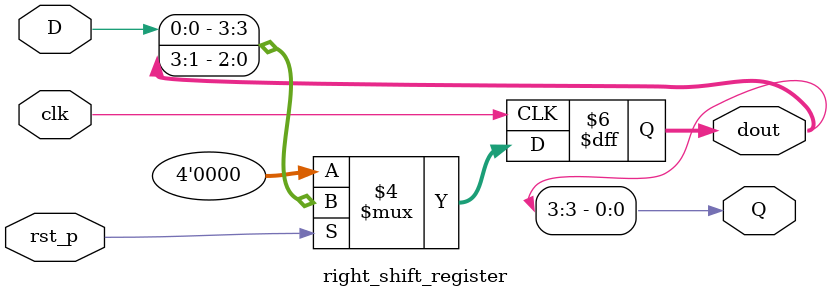
<source format=v>
`timescale 1ns / 1ps


module right_shift_register(
    input clk, rst_p, 
    input D,                // serial right data in
    output reg [3:0] dout,  // 4-bit register data out
    output Q                // serial right data out
    );

    always@(posedge clk) begin
        if(!rst_p) dout <= 4'b0000;
        else dout <= {D, dout[3:1]}; // Right Shift
    end
    assign Q = dout[3];

endmodule

</source>
